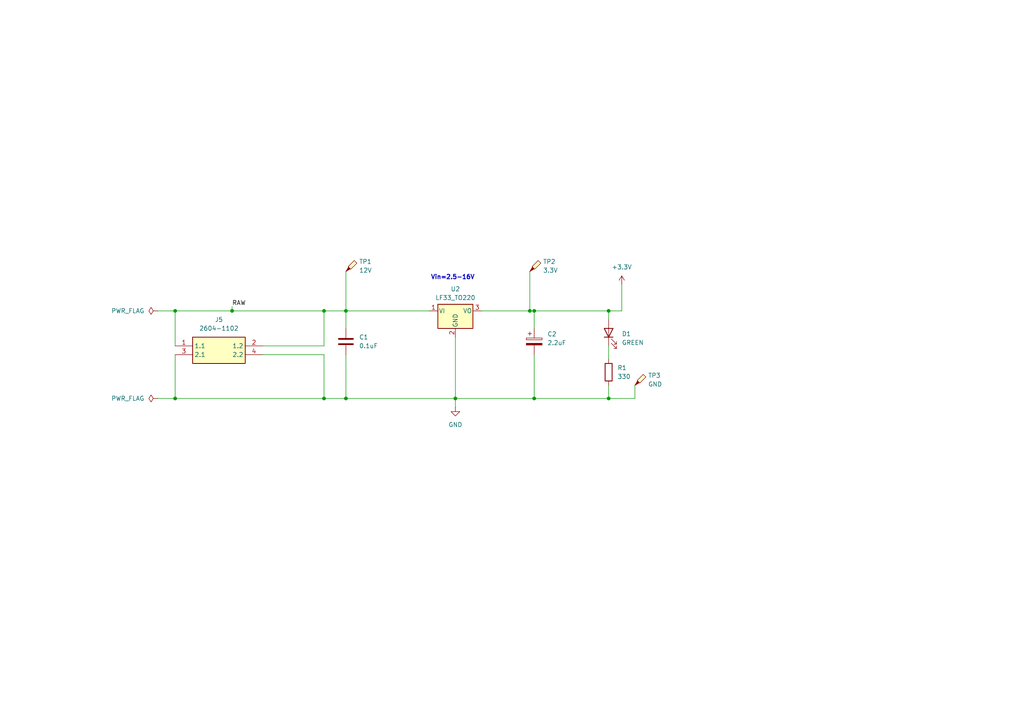
<source format=kicad_sch>
(kicad_sch (version 20250114) (generator "eeschema") (generator_version "9.0")
  (paper "A4")
  (lib_symbols
    (symbol "Connector:TestPoint_Probe" (pin_numbers (hide yes)) (pin_names (offset 0.762) (hide yes))
      (property "Reference" "TP" (at 1.651 5.842 0))
      (property "Value" "TestPoint_Probe" (at 1.651 4.064 0))
      (symbol "TestPoint_Probe_0_1"
        (polyline (pts (xy 1.27 0.762) (xy 0 0) (xy 0.762 1.27) (xy 1.27 0.762)) (fill (type outline)))
        (polyline (pts (xy 1.397 0.635) (xy 0.635 1.397) (xy 2.413 3.175) (xy 3.175 2.413) (xy 1.397 0.635)) (fill (type background)))
      )
      (symbol "TestPoint_Probe_1_1"
        (pin passive line (at 0 0 90) (length 0) (name "1") (number "1"))
      )
    )
    (symbol "Device:C" (pin_numbers (hide yes)) (pin_names (offset 0.254))
      (property "Reference" "C" (at 0.635 2.54 0))
      (property "Value" "C" (at 0.635 -2.54 0))
      (symbol "C_0_1"
        (polyline (pts (xy -2.032 0.762) (xy 2.032 0.762)) (stroke (width 0.508)))
        (polyline (pts (xy -2.032 -0.762) (xy 2.032 -0.762)) (stroke (width 0.508)))
      )
      (symbol "C_1_1"
        (pin passive line (at 0 3.81 270) (length 2.794) (name "~") (number "1"))
        (pin passive line (at 0 -3.81 90) (length 2.794) (name "~") (number "2"))
      )
    )
    (symbol "Device:C_Polarized" (pin_numbers (hide yes)) (pin_names (offset 0.254))
      (property "Reference" "C" (at 0.635 2.54 0))
      (property "Value" "C_Polarized" (at 0.635 -2.54 0))
      (symbol "C_Polarized_0_1"
        (rectangle (start -2.286 0.508) (end 2.286 1.016))
        (polyline (pts (xy -1.778 2.286) (xy -0.762 2.286)))
        (polyline (pts (xy -1.27 2.794) (xy -1.27 1.778)))
        (rectangle (start 2.286 -0.508) (end -2.286 -1.016) (fill (type outline)))
      )
      (symbol "C_Polarized_1_1"
        (pin passive line (at 0 3.81 270) (length 2.794) (name "~") (number "1"))
        (pin passive line (at 0 -3.81 90) (length 2.794) (name "~") (number "2"))
      )
    )
    (symbol "Device:LED" (pin_numbers (hide yes)) (pin_names (offset 1.016) (hide yes))
      (property "Reference" "D" (at 0 2.54 0))
      (property "Value" "LED" (at 0 -2.54 0))
      (symbol "LED_0_1"
        (polyline (pts (xy -3.048 -0.762) (xy -4.572 -2.286) (xy -3.81 -2.286) (xy -4.572 -2.286) (xy -4.572 -1.524)))
        (polyline (pts (xy -1.778 -0.762) (xy -3.302 -2.286) (xy -2.54 -2.286) (xy -3.302 -2.286) (xy -3.302 -1.524)))
        (polyline (pts (xy -1.27 0) (xy 1.27 0)))
        (polyline (pts (xy -1.27 -1.27) (xy -1.27 1.27)) (stroke (width 0.254)))
        (polyline (pts (xy 1.27 -1.27) (xy 1.27 1.27) (xy -1.27 0) (xy 1.27 -1.27)) (stroke (width 0.254)))
      )
      (symbol "LED_1_1"
        (pin passive line (at -3.81 0 0) (length 2.54) (name "K") (number "1"))
        (pin passive line (at 3.81 0 180) (length 2.54) (name "A") (number "2"))
      )
    )
    (symbol "Device:R" (pin_numbers (hide yes)) (pin_names (offset 0))
      (property "Reference" "R" (at 2.032 0 90))
      (property "Value" "R" (at 0 0 90))
      (symbol "R_0_1"
        (rectangle (start -1.016 -2.54) (end 1.016 2.54) (stroke (width 0.254)))
      )
      (symbol "R_1_1"
        (pin passive line (at 0 3.81 270) (length 1.27) (name "~") (number "1"))
        (pin passive line (at 0 -3.81 90) (length 1.27) (name "~") (number "2"))
      )
    )
    (symbol "Regulator_Linear:LF33_TO220" (pin_names (offset 0.254))
      (property "Reference" "U" (at -3.81 3.175 0))
      (property "Value" "LF33_TO220" (at 0 3.175 0))
      (symbol "LF33_TO220_0_1"
        (rectangle (start -5.08 1.905) (end 5.08 -5.08) (stroke (width 0.254)) (fill (type background)))
      )
      (symbol "LF33_TO220_1_1"
        (pin power_in line (at -7.62 0 0) (length 2.54) (name "VI") (number "1"))
        (pin power_in line (at 0 -7.62 90) (length 2.54) (name "GND") (number "2"))
        (pin power_out line (at 7.62 0 180) (length 2.54) (name "VO") (number "3"))
      )
    )
    (symbol "power:+3.3V" (power) (pin_numbers (hide yes)) (pin_names (offset 0) (hide yes))
      (property "Value" "+3.3V" (at 0 3.556 0))
      (symbol "+3.3V_0_1"
        (polyline (pts (xy -0.762 1.27) (xy 0 2.54)))
        (polyline (pts (xy 0 2.54) (xy 0.762 1.27)))
        (polyline (pts (xy 0 0) (xy 0 2.54)))
      )
      (symbol "+3.3V_1_1"
        (pin power_in line (at 0 0 90) (length 0) (name "~") (number "1"))
      )
    )
    (symbol "power:GND" (power) (pin_numbers (hide yes)) (pin_names (offset 0) (hide yes))
      (property "Value" "GND" (at 0 -3.81 0))
      (symbol "GND_0_1"
        (polyline (pts (xy 0 0) (xy 0 -1.27) (xy 1.27 -1.27) (xy 0 -2.54) (xy -1.27 -1.27) (xy 0 -1.27)))
      )
      (symbol "GND_1_1"
        (pin power_in line (at 0 0 270) (length 0) (name "~") (number "1"))
      )
    )
    (symbol "power:PWR_FLAG" (power) (pin_numbers (hide yes)) (pin_names (offset 0) (hide yes))
      (property "Value" "PWR_FLAG" (at 0 3.81 0))
      (symbol "PWR_FLAG_0_0"
        (pin power_out line (at 0 0 90) (length 0) (name "~") (number "1"))
      )
      (symbol "PWR_FLAG_0_1"
        (polyline (pts (xy 0 0) (xy 0 1.27) (xy -1.016 1.905) (xy 0 2.54) (xy 1.016 1.905) (xy 0 1.27)))
      )
    )
    (symbol "wago:2604-1102"
      (property "Reference" "J" (at 21.59 7.62 0))
      (property "Value" "2604-1102" (at 21.59 5.08 0))
      (symbol "2604-1102_1_1"
        (rectangle (start 5.08 2.54) (end 20.32 -5.08) (stroke (width 0.254)) (fill (type background)))
        (pin passive line (at 0 0 0) (length 5.08) (name "1.1") (number "1"))
        (pin passive line (at 0 -2.54 0) (length 5.08) (name "2.1") (number "3"))
        (pin passive line (at 25.4 0 180) (length 5.08) (name "1.2") (number "2"))
        (pin passive line (at 25.4 -2.54 180) (length 5.08) (name "2.2") (number "4"))
      )
    )
  )
  (text "Vin=2.5-16V" (at 131.318 80.518 0) (effects (font (size 1.27 1.27) (thickness 0.254) (bold yes))))
  (junction (at 153.67 90.17))
  (junction (at 176.53 90.17))
  (junction (at 154.94 115.57))
  (junction (at 50.8 115.57))
  (junction (at 100.33 90.17))
  (junction (at 176.53 115.57))
  (junction (at 93.98 115.57))
  (junction (at 50.8 90.17))
  (junction (at 100.33 115.57))
  (junction (at 132.08 115.57))
  (junction (at 154.94 90.17))
  (junction (at 93.98 90.17))
  (junction (at 67.31 90.17))
  (wire (pts (xy 184.15 111.76) (xy 184.15 115.57)))
  (wire (pts (xy 132.08 115.57) (xy 132.08 118.11)))
  (wire (pts (xy 184.15 115.57) (xy 176.53 115.57)))
  (wire (pts (xy 154.94 115.57) (xy 132.08 115.57)))
  (wire (pts (xy 176.53 111.76) (xy 176.53 115.57)))
  (wire (pts (xy 45.72 90.17) (xy 50.8 90.17)))
  (wire (pts (xy 76.2 100.33) (xy 93.98 100.33)))
  (wire (pts (xy 180.34 90.17) (xy 180.34 82.55)))
  (wire (pts (xy 139.7 90.17) (xy 153.67 90.17)))
  (wire (pts (xy 45.72 115.57) (xy 50.8 115.57)))
  (wire (pts (xy 100.33 90.17) (xy 100.33 78.74)))
  (wire (pts (xy 67.31 88.9) (xy 67.31 90.17)))
  (wire (pts (xy 153.67 90.17) (xy 154.94 90.17)))
  (wire (pts (xy 154.94 90.17) (xy 176.53 90.17)))
  (wire (pts (xy 154.94 102.87) (xy 154.94 115.57)))
  (wire (pts (xy 154.94 90.17) (xy 154.94 95.25)))
  (wire (pts (xy 176.53 90.17) (xy 180.34 90.17)))
  (wire (pts (xy 176.53 100.33) (xy 176.53 104.14)))
  (wire (pts (xy 100.33 90.17) (xy 100.33 95.25)))
  (wire (pts (xy 132.08 97.79) (xy 132.08 115.57)))
  (wire (pts (xy 93.98 115.57) (xy 100.33 115.57)))
  (wire (pts (xy 76.2 102.87) (xy 93.98 102.87)))
  (wire (pts (xy 50.8 115.57) (xy 93.98 115.57)))
  (wire (pts (xy 93.98 102.87) (xy 93.98 115.57)))
  (wire (pts (xy 50.8 100.33) (xy 50.8 90.17)))
  (wire (pts (xy 93.98 100.33) (xy 93.98 90.17)))
  (wire (pts (xy 100.33 115.57) (xy 132.08 115.57)))
  (wire (pts (xy 93.98 90.17) (xy 100.33 90.17)))
  (wire (pts (xy 124.46 90.17) (xy 100.33 90.17)))
  (wire (pts (xy 50.8 102.87) (xy 50.8 115.57)))
  (wire (pts (xy 67.31 90.17) (xy 93.98 90.17)))
  (wire (pts (xy 176.53 115.57) (xy 154.94 115.57)))
  (wire (pts (xy 153.67 78.74) (xy 153.67 90.17)))
  (wire (pts (xy 176.53 90.17) (xy 176.53 92.71)))
  (wire (pts (xy 100.33 102.87) (xy 100.33 115.57)))
  (wire (pts (xy 50.8 90.17) (xy 67.31 90.17)))
  (label "RAW" (at 67.31 88.9 0))
  (symbol (lib_id "Regulator_Linear:LF33_TO220") (at 132.08 90.17 0) (unit 1)
    (property "Reference" "U2" (at 132.08 83.82 0))
    (property "Value" "LF33_TO220" (at 132.08 86.36 0))
    (property "Footprint" "Package_TO_SOT_THT:TO-220-3_Vertical" (effects (hide yes)))
    (property "Datasheet" "http://www.st.com/content/ccc/resource/technical/document/datasheet/c4/0e/7e/2a/be/bc/4c/bd/CD00000546.pdf/files/CD00000546.pdf/jcr:content/translations/en.CD00000546.pdf" (effects (hide yes)))
    (property "Description" "Low-drop Voltage Regulator, Io up to 500mA, Fixed Vo 3.3V, TO-220" (effects (hide yes)))
  )
  (symbol (lib_id "power:PWR_FLAG") (at 45.72 115.57 90) (unit 1)
    (property "Reference" "#FLG03" (effects (hide yes)))
    (property "Value" "PWR_FLAG" (at 41.91 115.5699 90) (effects (justify left)))
    (property "Description" "Special symbol for telling ERC where power comes from" (effects (hide yes)))
  )
  (symbol (lib_id "Device:R") (at 176.53 107.95 0) (unit 1)
    (property "Reference" "R1" (at 179.07 106.6799 0) (effects (justify left)))
    (property "Value" "330" (at 179.07 109.2199 0) (effects (justify left)))
    (property "Footprint" "Resistor_SMD:R_0805_2012Metric_Pad1.20x1.40mm_HandSolder" (effects (hide yes)))
    (property "Description" "Resistor" (effects (hide yes)))
  )
  (symbol (lib_id "Connector:TestPoint_Probe") (at 100.33 78.74 0) (unit 1)
    (property "Reference" "TP1" (at 104.14 75.8824 0) (effects (justify left)))
    (property "Value" "12V" (at 104.14 78.4224 0) (effects (justify left)))
    (property "Footprint" "Connector_Pin:Pin_D1.0mm_L10.0mm" (effects (hide yes)))
    (property "Description" "test point (alternative probe-style design)" (effects (hide yes)))
  )
  (symbol (lib_id "Device:C") (at 100.33 99.06 0) (unit 1)
    (property "Reference" "C1" (at 104.14 97.7899 0) (effects (justify left)))
    (property "Value" "0.1uF" (at 104.14 100.3299 0) (effects (justify left)))
    (property "Footprint" "Capacitor_SMD:C_0805_2012Metric_Pad1.18x1.45mm_HandSolder" (effects (hide yes)))
    (property "Description" "Unpolarized capacitor" (effects (hide yes)))
  )
  (symbol (lib_id "power:PWR_FLAG") (at 45.72 90.17 90) (unit 1)
    (property "Reference" "#FLG02" (effects (hide yes)))
    (property "Value" "PWR_FLAG" (at 41.91 90.1699 90) (effects (justify left)))
    (property "Description" "Special symbol for telling ERC where power comes from" (effects (hide yes)))
  )
  (symbol (lib_id "wago:2604-1102") (at 50.8 100.33 0) (unit 1)
    (property "Reference" "J5" (at 63.5 92.71 0))
    (property "Value" "2604-1102" (at 63.5 95.25 0))
    (property "Footprint" "boan_devices:wago 26041102" (effects (hide yes)))
    (property "Datasheet" "https://www.wago.com/2604-1102" (effects (hide yes)))
    (property "Description" "PCB terminal block; lever; 4 mm; Pin spacing 5 mm; 2-pole; Push-in CAGE CLAMP" (effects (hide yes)))
    (property "Height" "16.7" (effects (hide yes)))
    (property "Manufacturer_Name" "Wago" (effects (hide yes)))
    (property "Manufacturer_Part_Number" "2604-1102" (effects (hide yes)))
  )
  (symbol (lib_id "power:+3.3V") (at 180.34 82.55 0) (unit 1)
    (property "Reference" "#PWR02" (effects (hide yes)))
    (property "Value" "+3.3V" (at 180.34 77.47 0))
    (property "Description" "Power symbol creates a global label with name \"+3.3V\"" (effects (hide yes)))
  )
  (symbol (lib_id "Device:C_Polarized") (at 154.94 99.06 0) (unit 1)
    (property "Reference" "C2" (at 158.75 96.9009 0) (effects (justify left)))
    (property "Value" "2.2uF" (at 158.75 99.4409 0) (effects (justify left)))
    (property "Footprint" "Capacitor_THT:CP_Radial_D5.0mm_P2.00mm" (effects (hide yes)))
    (property "Description" "Polarized capacitor" (effects (hide yes)))
  )
  (symbol (lib_id "power:GND") (at 132.08 118.11 0) (unit 1)
    (property "Reference" "#PWR01" (effects (hide yes)))
    (property "Value" "GND" (at 132.08 123.19 0))
    (property "Description" "Power symbol creates a global label with name \"GND\" , ground" (effects (hide yes)))
  )
  (symbol (lib_id "Connector:TestPoint_Probe") (at 153.67 78.74 0) (unit 1)
    (property "Reference" "TP2" (at 157.48 75.8824 0) (effects (justify left)))
    (property "Value" "3.3V" (at 157.48 78.4224 0) (effects (justify left)))
    (property "Footprint" "Connector_Pin:Pin_D1.0mm_L10.0mm" (effects (hide yes)))
    (property "Description" "test point (alternative probe-style design)" (effects (hide yes)))
  )
  (symbol (lib_id "Device:LED") (at 176.53 96.52 90) (unit 1)
    (property "Reference" "D1" (at 180.34 96.8374 90) (effects (justify right)))
    (property "Value" "GREEN" (at 180.34 99.3774 90) (effects (justify right)))
    (property "Footprint" "LED_SMD:LED_0805_2012Metric_Pad1.15x1.40mm_HandSolder" (effects (hide yes)))
    (property "Description" "Light emitting diode" (effects (hide yes)))
    (property "Sim.Pins" "1=K 2=A" (effects (hide yes)))
  )
  (symbol (lib_id "Connector:TestPoint_Probe") (at 184.15 111.76 0) (unit 1)
    (property "Reference" "TP3" (at 187.96 108.9024 0) (effects (justify left)))
    (property "Value" "GND" (at 187.96 111.4424 0) (effects (justify left)))
    (property "Footprint" "Connector_Pin:Pin_D1.0mm_L10.0mm" (effects (hide yes)))
    (property "Description" "test point (alternative probe-style design)" (effects (hide yes)))
  )
)
</source>
